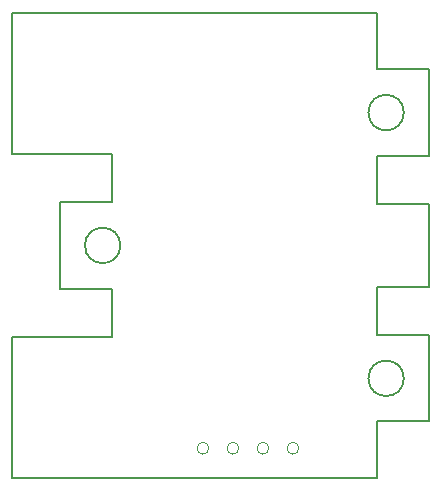
<source format=gbr>
%TF.GenerationSoftware,KiCad,Pcbnew,8.0.4*%
%TF.CreationDate,2024-08-09T19:06:39+02:00*%
%TF.ProjectId,Water Tank Monitor,57617465-7220-4546-916e-6b204d6f6e69,rev?*%
%TF.SameCoordinates,Original*%
%TF.FileFunction,Profile,NP*%
%FSLAX46Y46*%
G04 Gerber Fmt 4.6, Leading zero omitted, Abs format (unit mm)*
G04 Created by KiCad (PCBNEW 8.0.4) date 2024-08-09 19:06:39*
%MOMM*%
%LPD*%
G01*
G04 APERTURE LIST*
%TA.AperFunction,Profile*%
%ADD10C,0.200000*%
%TD*%
%TA.AperFunction,Profile*%
%ADD11C,0.100000*%
%TD*%
G04 APERTURE END LIST*
D10*
X124050000Y-72550000D02*
X124050000Y-79850000D01*
X153200000Y-64950000D02*
G75*
G02*
X150200000Y-64950000I-1500000J0D01*
G01*
X150200000Y-64950000D02*
G75*
G02*
X153200000Y-64950000I1500000J0D01*
G01*
X150900000Y-72700000D02*
X150900000Y-68600000D01*
X150900000Y-95900000D02*
X150900000Y-91100000D01*
X128500000Y-72550000D02*
X124050000Y-72550000D01*
X150900000Y-68600000D02*
X155350000Y-68600000D01*
X120000000Y-68450000D02*
X128500000Y-68450000D01*
X124050000Y-79850000D02*
X128500000Y-79850000D01*
X153200000Y-87450000D02*
G75*
G02*
X150200000Y-87450000I-1500000J0D01*
G01*
X150200000Y-87450000D02*
G75*
G02*
X153200000Y-87450000I1500000J0D01*
G01*
X155350000Y-68600000D02*
X155350000Y-61300000D01*
X150900000Y-56500000D02*
X120000000Y-56500000D01*
X120000000Y-95900000D02*
X150900000Y-95900000D01*
X150900000Y-83800000D02*
X150900000Y-79700000D01*
X129200000Y-76200000D02*
G75*
G02*
X126200000Y-76200000I-1500000J0D01*
G01*
X126200000Y-76200000D02*
G75*
G02*
X129200000Y-76200000I1500000J0D01*
G01*
X128500000Y-83950000D02*
X120000000Y-83950000D01*
X155350000Y-91100000D02*
X155350000Y-83800000D01*
X128500000Y-79850000D02*
X128500000Y-83950000D01*
X155350000Y-83800000D02*
X150900000Y-83800000D01*
X120000000Y-83950000D02*
X120000000Y-95900000D01*
X120000000Y-56500000D02*
X120000000Y-68450000D01*
X150900000Y-61300000D02*
X150900000Y-56500000D01*
X155350000Y-61300000D02*
X150900000Y-61300000D01*
X155350000Y-72700000D02*
X150900000Y-72700000D01*
X150900000Y-91100000D02*
X155350000Y-91100000D01*
X128500000Y-68450000D02*
X128500000Y-72550000D01*
X150900000Y-79700000D02*
X155350000Y-79700000D01*
X155350000Y-79700000D02*
X155350000Y-72700000D01*
D11*
%TO.C,J4*%
X136690000Y-93375000D02*
G75*
G02*
X135690000Y-93375000I-500000J0D01*
G01*
X135690000Y-93375000D02*
G75*
G02*
X136690000Y-93375000I500000J0D01*
G01*
X139230000Y-93375000D02*
G75*
G02*
X138230000Y-93375000I-500000J0D01*
G01*
X138230000Y-93375000D02*
G75*
G02*
X139230000Y-93375000I500000J0D01*
G01*
X141770000Y-93375000D02*
G75*
G02*
X140770000Y-93375000I-500000J0D01*
G01*
X140770000Y-93375000D02*
G75*
G02*
X141770000Y-93375000I500000J0D01*
G01*
X144310000Y-93375000D02*
G75*
G02*
X143310000Y-93375000I-500000J0D01*
G01*
X143310000Y-93375000D02*
G75*
G02*
X144310000Y-93375000I500000J0D01*
G01*
%TD*%
M02*

</source>
